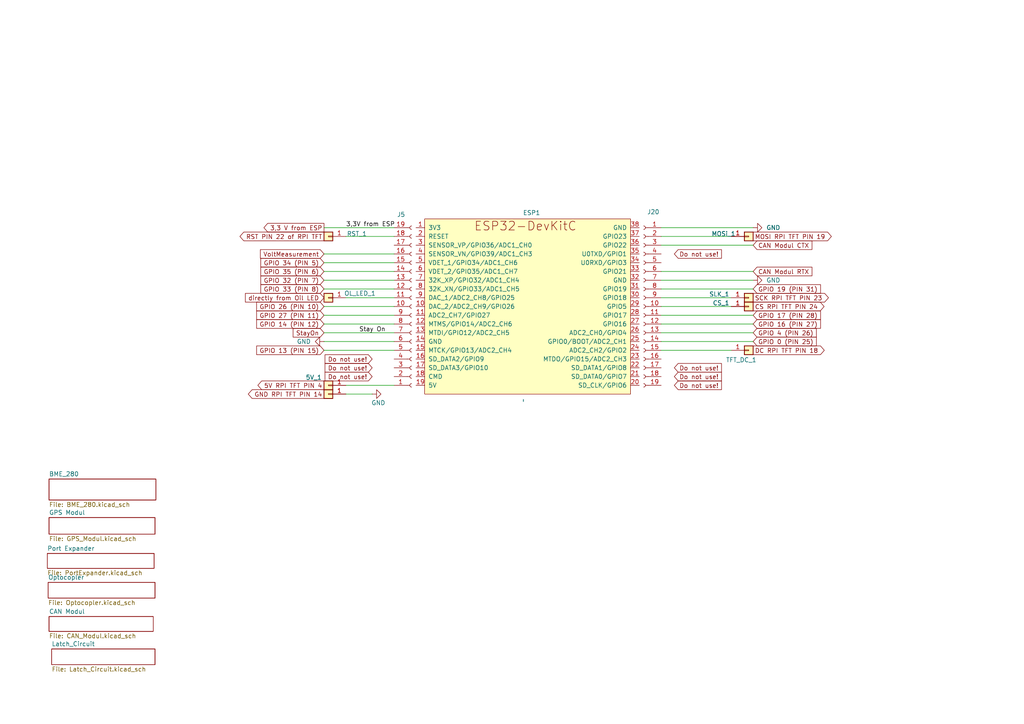
<source format=kicad_sch>
(kicad_sch (version 20231120) (generator "eeschema") (generator_version "8.0")
  (paper "A4")
  (title_block (title "T4_MFA Brakeout Board") (date "30.01.2025") (rev "4") (comment 1 "Master Sheet") (comment 2 "(c) Norbert Schechner"))
  (lib_symbols
    (symbol "Connector:Conn_01x19_Socket" (pin_names (offset 1.016) hide)
      (property "Reference" "J" (at 0 25.4 0))
      (property "Value" "Conn_01x19_Socket" (at 0 -25.4 0))
      (symbol "Conn_01x19_Socket_1_1"
        (arc (start 0 -22.352) (mid -0.5058 -22.86) (end 0 -23.368) (stroke (width 0.1524)))
        (arc (start 0 -19.812) (mid -0.5058 -20.32) (end 0 -20.828) (stroke (width 0.1524)))
        (arc (start 0 -17.272) (mid -0.5058 -17.78) (end 0 -18.288) (stroke (width 0.1524)))
        (arc (start 0 -14.732) (mid -0.5058 -15.24) (end 0 -15.748) (stroke (width 0.1524)))
        (arc (start 0 -12.192) (mid -0.5058 -12.7) (end 0 -13.208) (stroke (width 0.1524)))
        (arc (start 0 -9.652) (mid -0.5058 -10.16) (end 0 -10.668) (stroke (width 0.1524)))
        (arc (start 0 -7.112) (mid -0.5058 -7.62) (end 0 -8.128) (stroke (width 0.1524)))
        (arc (start 0 -4.572) (mid -0.5058 -5.08) (end 0 -5.588) (stroke (width 0.1524)))
        (arc (start 0 -2.032) (mid -0.5058 -2.54) (end 0 -3.048) (stroke (width 0.1524)))
        (polyline (pts (xy -1.27 -22.86) (xy -0.508 -22.86)) (stroke (width 0.1524)))
        (polyline (pts (xy -1.27 -20.32) (xy -0.508 -20.32)) (stroke (width 0.1524)))
        (polyline (pts (xy -1.27 -17.78) (xy -0.508 -17.78)) (stroke (width 0.1524)))
        (polyline (pts (xy -1.27 -15.24) (xy -0.508 -15.24)) (stroke (width 0.1524)))
        (polyline (pts (xy -1.27 -12.7) (xy -0.508 -12.7)) (stroke (width 0.1524)))
        (polyline (pts (xy -1.27 -10.16) (xy -0.508 -10.16)) (stroke (width 0.1524)))
        (polyline (pts (xy -1.27 -7.62) (xy -0.508 -7.62)) (stroke (width 0.1524)))
        (polyline (pts (xy -1.27 -5.08) (xy -0.508 -5.08)) (stroke (width 0.1524)))
        (polyline (pts (xy -1.27 -2.54) (xy -0.508 -2.54)) (stroke (width 0.1524)))
        (polyline (pts (xy -1.27 0) (xy -0.508 0)) (stroke (width 0.1524)))
        (polyline (pts (xy -1.27 2.54) (xy -0.508 2.54)) (stroke (width 0.1524)))
        (polyline (pts (xy -1.27 5.08) (xy -0.508 5.08)) (stroke (width 0.1524)))
        (polyline (pts (xy -1.27 7.62) (xy -0.508 7.62)) (stroke (width 0.1524)))
        (polyline (pts (xy -1.27 10.16) (xy -0.508 10.16)) (stroke (width 0.1524)))
        (polyline (pts (xy -1.27 12.7) (xy -0.508 12.7)) (stroke (width 0.1524)))
        (polyline (pts (xy -1.27 15.24) (xy -0.508 15.24)) (stroke (width 0.1524)))
        (polyline (pts (xy -1.27 17.78) (xy -0.508 17.78)) (stroke (width 0.1524)))
        (polyline (pts (xy -1.27 20.32) (xy -0.508 20.32)) (stroke (width 0.1524)))
        (polyline (pts (xy -1.27 22.86) (xy -0.508 22.86)) (stroke (width 0.1524)))
        (arc (start 0 0.508) (mid -0.5058 0) (end 0 -0.508) (stroke (width 0.1524)))
        (arc (start 0 3.048) (mid -0.5058 2.54) (end 0 2.032) (stroke (width 0.1524)))
        (arc (start 0 5.588) (mid -0.5058 5.08) (end 0 4.572) (stroke (width 0.1524)))
        (arc (start 0 8.128) (mid -0.5058 7.62) (end 0 7.112) (stroke (width 0.1524)))
        (arc (start 0 10.668) (mid -0.5058 10.16) (end 0 9.652) (stroke (width 0.1524)))
        (arc (start 0 13.208) (mid -0.5058 12.7) (end 0 12.192) (stroke (width 0.1524)))
        (arc (start 0 15.748) (mid -0.5058 15.24) (end 0 14.732) (stroke (width 0.1524)))
        (arc (start 0 18.288) (mid -0.5058 17.78) (end 0 17.272) (stroke (width 0.1524)))
        (arc (start 0 20.828) (mid -0.5058 20.32) (end 0 19.812) (stroke (width 0.1524)))
        (arc (start 0 23.368) (mid -0.5058 22.86) (end 0 22.352) (stroke (width 0.1524)))
        (pin passive line (at -5.08 22.86 0) (length 3.81) (name "Pin_1") (number "1"))
        (pin passive line (at -5.08 0 0) (length 3.81) (name "Pin_10") (number "10"))
        (pin passive line (at -5.08 -2.54 0) (length 3.81) (name "Pin_11") (number "11"))
        (pin passive line (at -5.08 -5.08 0) (length 3.81) (name "Pin_12") (number "12"))
        (pin passive line (at -5.08 -7.62 0) (length 3.81) (name "Pin_13") (number "13"))
        (pin passive line (at -5.08 -10.16 0) (length 3.81) (name "Pin_14") (number "14"))
        (pin passive line (at -5.08 -12.7 0) (length 3.81) (name "Pin_15") (number "15"))
        (pin passive line (at -5.08 -15.24 0) (length 3.81) (name "Pin_16") (number "16"))
        (pin passive line (at -5.08 -17.78 0) (length 3.81) (name "Pin_17") (number "17"))
        (pin passive line (at -5.08 -20.32 0) (length 3.81) (name "Pin_18") (number "18"))
        (pin passive line (at -5.08 -22.86 0) (length 3.81) (name "Pin_19") (number "19"))
        (pin passive line (at -5.08 20.32 0) (length 3.81) (name "Pin_2") (number "2"))
        (pin passive line (at -5.08 17.78 0) (length 3.81) (name "Pin_3") (number "3"))
        (pin passive line (at -5.08 15.24 0) (length 3.81) (name "Pin_4") (number "4"))
        (pin passive line (at -5.08 12.7 0) (length 3.81) (name "Pin_5") (number "5"))
        (pin passive line (at -5.08 10.16 0) (length 3.81) (name "Pin_6") (number "6"))
        (pin passive line (at -5.08 7.62 0) (length 3.81) (name "Pin_7") (number "7"))
        (pin passive line (at -5.08 5.08 0) (length 3.81) (name "Pin_8") (number "8"))
        (pin passive line (at -5.08 2.54 0) (length 3.81) (name "Pin_9") (number "9"))
      )
    )
    (symbol "Connector_Generic:Conn_01x01" (pin_names (offset 1.016) hide)
      (property "Reference" "J" (at 0 2.54 0))
      (property "Value" "Conn_01x01" (at 0 -2.54 0))
      (symbol "Conn_01x01_1_1"
        (rectangle (start -1.27 0.127) (end 0 -0.127) (stroke (width 0.1524)))
        (rectangle (start -1.27 1.27) (end 1.27 -1.27) (stroke (width 0.254)) (fill (type background)))
        (pin passive line (at -5.08 0 0) (length 3.81) (name "Pin_1") (number "1"))
      )
    )
    (symbol "PCM_Espressif:ESP32-DevKitC" (pin_names (offset 1.016))
      (property "Reference" "ESP32" (at -2.794 23.114 0))
      (symbol "ESP32-DevKitC_0_0"
        (text "ESP32-DevKitC" (at 1.27 -23.368 0) (effects (font (size 2.54 2.54))))
        (pin power_in line (at 33.02 10.16 180) (length 2.54) (name "GND") (number "14"))
        (pin power_in line (at 33.02 22.86 180) (length 2.54) (name "5V") (number "19"))
      )
      (symbol "ESP32-DevKitC_0_1"
        (rectangle (start -29.21 25.4) (end 30.48 -25.4) (fill (type background)))
      )
      (symbol "ESP32-DevKitC_1_1"
        (pin power_in line (at 33.02 -22.86 180) (length 2.54) (name "3V3") (number "1"))
        (pin bidirectional line (at 33.02 0 180) (length 2.54) (name "DAC_2/ADC2_CH9/GPIO26") (number "10"))
        (pin bidirectional line (at 33.02 2.54 180) (length 2.54) (name "ADC2_CH7/GPIO27") (number "11"))
        (pin bidirectional line (at 33.02 5.08 180) (length 2.54) (name "MTMS/GPIO14/ADC2_CH6") (number "12"))
        (pin bidirectional line (at 33.02 7.62 180) (length 2.54) (name "MTDI/GPIO12/ADC2_CH5") (number "13"))
        (pin bidirectional line (at 33.02 12.7 180) (length 2.54) (name "MTCK/GPIO13/ADC2_CH4") (number "15"))
        (pin bidirectional line (at 33.02 15.24 180) (length 2.54) (name "SD_DATA2/GPIO9") (number "16"))
        (pin bidirectional line (at 33.02 17.78 180) (length 2.54) (name "SD_DATA3/GPIO10") (number "17"))
        (pin bidirectional line (at 33.02 20.32 180) (length 2.54) (name "CMD") (number "18"))
        (pin input line (at 33.02 -20.32 180) (length 2.54) (name "RESET") (number "2"))
        (pin bidirectional line (at -31.75 22.86 0) (length 2.54) (name "SD_CLK/GPIO6") (number "20"))
        (pin bidirectional line (at -31.75 20.32 0) (length 2.54) (name "SD_DATA0/GPIO7") (number "21"))
        (pin bidirectional line (at -31.75 17.78 0) (length 2.54) (name "SD_DATA1/GPIO8") (number "22"))
        (pin bidirectional line (at -31.75 15.24 0) (length 2.54) (name "MTDO/GPIO15/ADC2_CH3") (number "23"))
        (pin bidirectional line (at -31.75 12.7 0) (length 2.54) (name "ADC2_CH2/GPIO2") (number "24"))
        (pin bidirectional line (at -31.75 10.16 0) (length 2.54) (name "GPIO0/BOOT/ADC2_CH1") (number "25"))
        (pin bidirectional line (at -31.75 7.62 0) (length 2.54) (name "ADC2_CH0/GPIO4") (number "26"))
        (pin bidirectional line (at -31.75 5.08 0) (length 2.54) (name "GPIO16") (number "27"))
        (pin bidirectional line (at -31.75 2.54 0) (length 2.54) (name "GPIO17") (number "28"))
        (pin bidirectional line (at -31.75 0 0) (length 2.54) (name "GPIO5") (number "29"))
        (pin input line (at 33.02 -17.78 180) (length 2.54) (name "SENSOR_VP/GPIO36/ADC1_CH0") (number "3"))
        (pin bidirectional line (at -31.75 -2.54 0) (length 2.54) (name "GPIO18") (number "30"))
        (pin bidirectional line (at -31.75 -5.08 0) (length 2.54) (name "GPIO19") (number "31"))
        (pin passive line (at -31.75 -7.62 0) (length 2.54) (name "GND") (number "32"))
        (pin bidirectional line (at -31.75 -10.16 0) (length 2.54) (name "GPIO21") (number "33"))
        (pin bidirectional line (at -31.75 -12.7 0) (length 2.54) (name "U0RXD/GPIO3") (number "34"))
        (pin bidirectional line (at -31.75 -15.24 0) (length 2.54) (name "U0TXD/GPIO1") (number "35"))
        (pin bidirectional line (at -31.75 -17.78 0) (length 2.54) (name "GPIO22") (number "36"))
        (pin bidirectional line (at -31.75 -20.32 0) (length 2.54) (name "GPIO23") (number "37"))
        (pin passive line (at -31.75 -22.86 0) (length 2.54) (name "GND") (number "38"))
        (pin input line (at 33.02 -15.24 180) (length 2.54) (name "SENSOR_VN/GPIO39/ADC1_CH3") (number "4"))
        (pin input line (at 33.02 -12.7 180) (length 2.54) (name "VDET_1/GPIO34/ADC1_CH6") (number "5"))
        (pin input line (at 33.02 -10.16 180) (length 2.54) (name "VDET_2/GPIO35/ADC1_CH7") (number "6"))
        (pin bidirectional line (at 33.02 -7.62 180) (length 2.54) (name "32K_XP/GPIO32/ADC1_CH4") (number "7"))
        (pin bidirectional line (at 33.02 -5.08 180) (length 2.54) (name "32K_XN/GPIO33/ADC1_CH5") (number "8"))
        (pin bidirectional line (at 33.02 -2.54 180) (length 2.54) (name "DAC_1/ADC2_CH8/GPIO25") (number "9"))
      )
    )
    (symbol "power:GND" (power) (pin_numbers hide) (pin_names (offset 0) hide)
      (property "Value" "GND" (at 0 -3.81 0))
      (symbol "GND_0_1"
        (polyline (pts (xy 0 0) (xy 0 -1.27) (xy 1.27 -1.27) (xy 0 -2.54) (xy -1.27 -1.27) (xy 0 -1.27)))
      )
      (symbol "GND_1_1"
        (pin power_in line (at 0 0 270) (length 0) (name "~") (number "1"))
      )
    )
  )
  (wire (pts (xy 212.09 68.58) (xy 191.77 68.58)))
  (wire (pts (xy 93.98 96.52) (xy 114.3 96.52)))
  (wire (pts (xy 191.77 66.04) (xy 218.44 66.04)))
  (wire (pts (xy 191.77 93.98) (xy 218.44 93.98)))
  (wire (pts (xy 100.33 111.76) (xy 114.3 111.76)))
  (wire (pts (xy 191.77 78.74) (xy 218.44 78.74)))
  (wire (pts (xy 100.33 86.36) (xy 114.3 86.36)))
  (wire (pts (xy 93.98 83.82) (xy 114.3 83.82)))
  (wire (pts (xy 191.77 81.28) (xy 218.44 81.28)))
  (wire (pts (xy 93.98 101.6) (xy 114.3 101.6)))
  (wire (pts (xy 212.09 88.9) (xy 191.77 88.9)))
  (wire (pts (xy 191.77 91.44) (xy 218.44 91.44)))
  (wire (pts (xy 93.98 88.9) (xy 114.3 88.9)))
  (wire (pts (xy 212.09 101.6) (xy 191.77 101.6)))
  (wire (pts (xy 191.77 96.52) (xy 218.44 96.52)))
  (wire (pts (xy 212.09 86.36) (xy 191.77 86.36)))
  (wire (pts (xy 191.77 99.06) (xy 218.44 99.06)))
  (wire (pts (xy 93.98 93.98) (xy 114.3 93.98)))
  (wire (pts (xy 93.98 91.44) (xy 114.3 91.44)))
  (wire (pts (xy 93.98 66.04) (xy 114.3 66.04)))
  (wire (pts (xy 93.98 78.74) (xy 114.3 78.74)))
  (wire (pts (xy 191.77 71.12) (xy 218.44 71.12)))
  (wire (pts (xy 100.33 114.3) (xy 107.95 114.3)))
  (wire (pts (xy 100.33 68.58) (xy 114.3 68.58)))
  (wire (pts (xy 93.98 81.28) (xy 114.3 81.28)))
  (wire (pts (xy 93.98 76.2) (xy 114.3 76.2)))
  (wire (pts (xy 191.77 83.82) (xy 218.44 83.82)))
  (wire (pts (xy 93.98 99.06) (xy 114.3 99.06)))
  (wire (pts (xy 93.98 73.66) (xy 114.3 73.66)))
  (label "3,3V from ESP" (at 100.33 66.04 0))
  (label "Stay On" (at 104.14 96.52 0))
  (global_label "GPIO 16 (PIN 27)" (shape input) (at 218.44 93.98 0) (property "Intersheetrefs" "${INTERSHEET_REFS}" (at 238.54 93.98 0) (effects (justify left))))
  (global_label "GPIO 14 (PIN 12)" (shape input) (at 93.98 93.98 180) (property "Intersheetrefs" "${INTERSHEET_REFS}" (at 73.88 93.98 0) (effects (justify right))))
  (global_label "GPIO 27 (PIN 11)" (shape input) (at 93.98 91.44 180) (property "Intersheetrefs" "${INTERSHEET_REFS}" (at 73.88 91.44 0) (effects (justify right))))
  (global_label "GPIO 4 (PIN 26)" (shape input) (at 218.44 96.52 0) (property "Intersheetrefs" "${INTERSHEET_REFS}" (at 237.3305 96.52 0) (effects (justify left))))
  (global_label "3,3 V from ESP" (shape output) (at 93.98 66.04 180) (property "Intersheetrefs" "${INTERSHEET_REFS}" (at 75.9969 66.04 0) (effects (justify right))))
  (global_label "Do not use!" (shape input) (at 107.95 109.22 180) (property "Intersheetrefs" "${INTERSHEET_REFS}" (at 93.7164 109.22 0) (effects (justify right))))
  (global_label "SCK RPI TFT PIN 23" (shape output) (at 218.44 86.36 0) (property "Intersheetrefs" "${INTERSHEET_REFS}" (at 240.838 86.36 0) (effects (justify left))))
  (global_label "GPIO 17 (PIN 28)" (shape input) (at 218.44 91.44 0) (property "Intersheetrefs" "${INTERSHEET_REFS}" (at 238.54 91.44 0) (effects (justify left))))
  (global_label "GND RPI TFT PIN 14" (shape output) (at 93.98 114.3 180) (property "Intersheetrefs" "${INTERSHEET_REFS}" (at 71.461 114.3 0) (effects (justify right))))
  (global_label "CAN Modul CTX" (shape input) (at 218.44 71.12 0) (property "Intersheetrefs" "${INTERSHEET_REFS}" (at 236.0602 71.12 0) (effects (justify left))))
  (global_label "MOSI RPI TFT PIN 19" (shape output) (at 218.44 68.58 0) (property "Intersheetrefs" "${INTERSHEET_REFS}" (at 241.6847 68.58 0) (effects (justify left))))
  (global_label "GPIO 13 (PIN 15)" (shape input) (at 93.98 101.6 180) (property "Intersheetrefs" "${INTERSHEET_REFS}" (at 73.88 101.6 0) (effects (justify right))))
  (global_label "CS RPI TFT PIN 24" (shape output) (at 218.44 88.9 0) (property "Intersheetrefs" "${INTERSHEET_REFS}" (at 239.568 88.9 0) (effects (justify left))))
  (global_label "Do not use!" (shape input) (at 107.95 106.68 180) (property "Intersheetrefs" "${INTERSHEET_REFS}" (at 93.7164 106.68 0) (effects (justify right))))
  (global_label "StayOn" (shape input) (at 93.98 96.52 180) (property "Intersheetrefs" "${INTERSHEET_REFS}" (at 84.4635 96.52 0) (effects (justify right))))
  (global_label "GPIO 33 (PIN 8)" (shape input) (at 93.98 83.82 180) (property "Intersheetrefs" "${INTERSHEET_REFS}" (at 75.0895 83.82 0) (effects (justify right))))
  (global_label "Do not use!" (shape input) (at 107.95 104.14 180) (property "Intersheetrefs" "${INTERSHEET_REFS}" (at 93.7164 104.14 0) (effects (justify right))))
  (global_label "directly from Oil LED" (shape input) (at 93.98 86.36 180) (property "Intersheetrefs" "${INTERSHEET_REFS}" (at 70.6145 86.36 0) (effects (justify right))))
  (global_label "VoltMeasurement" (shape input) (at 93.98 73.66 180) (property "Intersheetrefs" "${INTERSHEET_REFS}" (at 74.9688 73.66 0) (effects (justify right))))
  (global_label "Do not use!" (shape input) (at 195.58 73.66 0) (property "Intersheetrefs" "${INTERSHEET_REFS}" (at 209.8136 73.66 0) (effects (justify left))))
  (global_label "5V RPI TFT PIN 4" (shape output) (at 93.98 111.76 180) (property "Intersheetrefs" "${INTERSHEET_REFS}" (at 74.2429 111.76 0) (effects (justify right))))
  (global_label "GPIO 34 (PIN 5)" (shape input) (at 93.98 76.2 180) (property "Intersheetrefs" "${INTERSHEET_REFS}" (at 75.0895 76.2 0) (effects (justify right))))
  (global_label "Do not use!" (shape input) (at 195.58 111.76 0) (property "Intersheetrefs" "${INTERSHEET_REFS}" (at 209.8136 111.76 0) (effects (justify left))))
  (global_label "Do not use!" (shape input) (at 195.58 109.22 0) (property "Intersheetrefs" "${INTERSHEET_REFS}" (at 209.8136 109.22 0) (effects (justify left))))
  (global_label "GPIO 26 (PIN 10)" (shape input) (at 93.98 88.9 180) (property "Intersheetrefs" "${INTERSHEET_REFS}" (at 73.88 88.9 0) (effects (justify right))))
  (global_label "GPIO 0 (PIN 25)" (shape input) (at 218.44 99.06 0) (property "Intersheetrefs" "${INTERSHEET_REFS}" (at 237.3305 99.06 0) (effects (justify left))))
  (global_label "Do not use!" (shape input) (at 195.58 106.68 0) (property "Intersheetrefs" "${INTERSHEET_REFS}" (at 209.8136 106.68 0) (effects (justify left))))
  (global_label "GPIO 19 (PIN 31)" (shape input) (at 218.44 83.82 0) (property "Intersheetrefs" "${INTERSHEET_REFS}" (at 238.54 83.82 0) (effects (justify left))))
  (global_label "CAN Modul RTX" (shape input) (at 218.44 78.74 0) (property "Intersheetrefs" "${INTERSHEET_REFS}" (at 236.0602 78.74 0) (effects (justify left))))
  (global_label "RST PIN 22 of RPI TFT" (shape output) (at 93.98 68.58 180) (property "Intersheetrefs" "${INTERSHEET_REFS}" (at 69.0421 68.58 0) (effects (justify right))))
  (global_label "DC RPI TFT PIN 18" (shape output) (at 218.44 101.6 0) (property "Intersheetrefs" "${INTERSHEET_REFS}" (at 239.6285 101.6 0) (effects (justify left))))
  (global_label "GPIO 32 (PIN 7)" (shape input) (at 93.98 81.28 180) (property "Intersheetrefs" "${INTERSHEET_REFS}" (at 75.0895 81.28 0) (effects (justify right))))
  (global_label "GPIO 35 (PIN 6)" (shape input) (at 93.98 78.74 180) (property "Intersheetrefs" "${INTERSHEET_REFS}" (at 75.0895 78.74 0) (effects (justify right))))
  (symbol (lib_id "Connector:Conn_01x19_Socket") (at 186.69 88.9 0) (mirror y) (unit 1)
    (property "Reference" "J20" (at 189.484 61.468 0))
    (property "Value" "Conn_01x19_Socket" (effects (hide yes)))
    (property "Footprint" "Connector_PinSocket_2.54mm:PinSocket_1x19_P2.54mm_Vertical" (effects (hide yes)))
    (property "Description" "Generic connector, single row, 01x19, script generated" (effects (hide yes)))
  )
  (symbol (lib_id "Connector_Generic:Conn_01x01") (at 217.17 68.58 0) (unit 1)
    (property "Reference" "MOSi_1" (at 213.36 67.818 0) (effects (justify right)))
    (property "Value" "TFT_MOSI" (effects (hide yes)))
    (property "Footprint" "Connector_Wire:SolderWire-0.5sqmm_1x01_D0.9mm_OD2.1mm" (effects (hide yes)))
    (property "Description" "Generic connector, single row, 01x01, script generated (kicad-library-utils/schlib/autogen/connector/)" (effects (hide yes)))
  )
  (symbol (lib_id "Connector:Conn_01x19_Socket") (at 119.38 88.9 0) (mirror x) (unit 1)
    (property "Reference" "J5" (at 116.332 62.23 0))
    (property "Value" "Conn_01x19_Socket" (effects (hide yes)))
    (property "Footprint" "Connector_PinSocket_2.54mm:PinSocket_1x19_P2.54mm_Vertical" (effects (hide yes)))
    (property "Description" "Generic connector, single row, 01x19, script generated" (effects (hide yes)))
  )
  (symbol (lib_id "Connector_Generic:Conn_01x01") (at 95.25 114.3 180) (unit 1)
    (property "Reference" "GND_1" (effects (hide yes)))
    (property "Value" "TFT_GND" (effects (hide yes)))
    (property "Footprint" "Connector_Wire:SolderWire-0.5sqmm_1x01_D0.9mm_OD2.1mm" (effects (hide yes)))
    (property "Description" "Generic connector, single row, 01x01, script generated (kicad-library-utils/schlib/autogen/connector/)" (effects (hide yes)))
  )
  (symbol (lib_id "Connector_Generic:Conn_01x01") (at 217.17 101.6 0) (unit 1)
    (property "Reference" "TFT_DC_1" (at 219.456 104.394 0) (effects (justify right)))
    (property "Value" "TFT_DC" (effects (hide yes)))
    (property "Footprint" "Connector_Wire:SolderWire-0.5sqmm_1x01_D0.9mm_OD2.1mm" (effects (hide yes)))
    (property "Description" "Generic connector, single row, 01x01, script generated (kicad-library-utils/schlib/autogen/connector/)" (effects (hide yes)))
  )
  (symbol (lib_id "Connector_Generic:Conn_01x01") (at 217.17 88.9 0) (unit 1)
    (property "Reference" "CS_1" (at 211.582 87.884 0) (effects (justify right)))
    (property "Value" "TFT_CS" (effects (hide yes)))
    (property "Footprint" "Connector_Wire:SolderWire-0.5sqmm_1x01_D0.9mm_OD2.1mm" (effects (hide yes)))
    (property "Description" "Generic connector, single row, 01x01, script generated (kicad-library-utils/schlib/autogen/connector/)" (effects (hide yes)))
  )
  (symbol (lib_id "Connector_Generic:Conn_01x01") (at 217.17 86.36 0) (unit 1)
    (property "Reference" "SLK_1" (at 211.582 85.344 0) (effects (justify right)))
    (property "Value" "TFT_SLK" (effects (hide yes)))
    (property "Footprint" "Connector_Wire:SolderWire-0.5sqmm_1x01_D0.9mm_OD2.1mm" (effects (hide yes)))
    (property "Description" "Generic connector, single row, 01x01, script generated (kicad-library-utils/schlib/autogen/connector/)" (effects (hide yes)))
  )
  (symbol (lib_id "Connector_Generic:Conn_01x01") (at 95.25 86.36 180) (unit 1)
    (property "Reference" "OL_LED_1" (at 99.822 85.09 0) (effects (justify right)))
    (property "Value" "O_Lev_LED" (effects (hide yes)))
    (property "Footprint" "Connector_Wire:SolderWire-0.5sqmm_1x01_D0.9mm_OD2.1mm" (effects (hide yes)))
    (property "Description" "Generic connector, single row, 01x01, script generated (kicad-library-utils/schlib/autogen/connector/)" (effects (hide yes)))
  )
  (symbol (lib_id "power:GND") (at 93.98 99.06 270) (unit 1)
    (property "Reference" "#PWR05" (effects (hide yes)))
    (property "Value" "GND" (at 90.17 99.06 90) (effects (justify right)))
    (property "Description" "Power symbol creates a global label with name \"GND\" , ground" (effects (hide yes)))
  )
  (symbol (lib_id "power:GND") (at 218.44 81.28 90) (unit 1)
    (property "Reference" "#PWR08" (effects (hide yes)))
    (property "Value" "GND" (at 222.25 81.2799 90) (effects (justify right)))
    (property "Description" "Power symbol creates a global label with name \"GND\" , ground" (effects (hide yes)))
  )
  (symbol (lib_id "Connector_Generic:Conn_01x01") (at 95.25 68.58 180) (unit 1)
    (property "Reference" "RST_1" (at 100.584 67.818 0) (effects (justify right)))
    (property "Value" "TFT_RST" (effects (hide yes)))
    (property "Footprint" "Connector_Wire:SolderWire-0.5sqmm_1x01_D0.9mm_OD2.1mm" (effects (hide yes)))
    (property "Description" "Generic connector, single row, 01x01, script generated (kicad-library-utils/schlib/autogen/connector/)" (effects (hide yes)))
  )
  (symbol (lib_id "power:GND") (at 107.95 114.3 90) (unit 1)
    (property "Reference" "#PWR0102" (effects (hide yes)))
    (property "Value" "GND" (at 107.696 116.84 90) (effects (justify right)))
    (property "Description" "Power symbol creates a global label with name \"GND\" , ground" (effects (hide yes)))
  )
  (symbol (lib_id "power:GND") (at 218.44 66.04 90) (unit 1)
    (property "Reference" "#PWR07" (effects (hide yes)))
    (property "Value" "GND" (at 222.25 66.0399 90) (effects (justify right)))
    (property "Description" "Power symbol creates a global label with name \"GND\" , ground" (effects (hide yes)))
  )
  (symbol (lib_id "PCM_Espressif:ESP32-DevKitC") (at 153.67 88.9 180) (unit 1)
    (property "Reference" "ESP1" (at 156.718 61.722 0) (effects (justify left)))
    (property "Value" "~" (at 151.765 115.57 90) (effects (justify left)))
    (property "Footprint" "PCM_Espressif:ESP32-DevKitC" (effects (hide yes)))
  )
  (symbol (lib_id "Connector_Generic:Conn_01x01") (at 95.25 111.76 180) (unit 1)
    (property "Reference" "5V_1" (at 88.646 109.474 0) (effects (justify right)))
    (property "Value" "TFT_5V" (effects (hide yes)))
    (property "Footprint" "Connector_Wire:SolderWire-0.5sqmm_1x01_D0.9mm_OD2.1mm" (effects (hide yes)))
    (property "Description" "Generic connector, single row, 01x01, script generated (kicad-library-utils/schlib/autogen/connector/)" (effects (hide yes)))
  )
  (sheet (at 14.224 150.114) (size 30.734 4.826) (stroke (width 0.1524))
    (property "Sheetname" "GPS Modul" (at 14.224 149.4024 0) (effects (justify left bottom)))
    (property "Sheetfile" "GPS_Modul.kicad_sch" (at 14.224 155.5246 0) (effects (justify left top)))
  )
  (sheet (at 13.97 168.91) (size 30.988 4.572) (stroke (width 0.1524))
    (property "Sheetname" "Optocopler" (at 13.97 168.1984 0) (effects (justify left bottom)))
    (property "Sheetfile" "Optocopler.kicad_sch" (at 13.97 174.0666 0) (effects (justify left top)))
  )
  (sheet (at 14.224 138.938) (size 30.988 6.096) (stroke (width 0.1524))
    (property "Sheetname" "BME_280" (at 14.224 138.2264 0) (effects (justify left bottom)))
    (property "Sheetfile" "BME_280.kicad_sch" (at 14.224 145.6186 0) (effects (justify left top)))
  )
  (sheet (at 13.716 160.528) (size 30.988 4.318) (stroke (width 0.1524))
    (property "Sheetname" "Port Expander" (at 13.716 159.8164 0) (effects (justify left bottom)))
    (property "Sheetfile" "PortExpander.kicad_sch" (at 13.716 165.4306 0) (effects (justify left top)))
  )
  (sheet (at 14.986 188.214) (size 29.972 4.572) (stroke (width 0.1524))
    (property "Sheetname" "Latch_Circuit" (at 14.986 187.5024 0) (effects (justify left bottom)))
    (property "Sheetfile" "Latch_Circuit.kicad_sch" (at 14.986 193.3706 0) (effects (justify left top)))
  )
  (sheet (at 14.224 178.816) (size 30.226 4.318) (stroke (width 0.1524))
    (property "Sheetname" "CAN Modul" (at 14.224 178.1044 0) (effects (justify left bottom)))
    (property "Sheetfile" "CAN_Modul.kicad_sch" (at 14.224 183.7186 0) (effects (justify left top)))
  )
)
</source>
